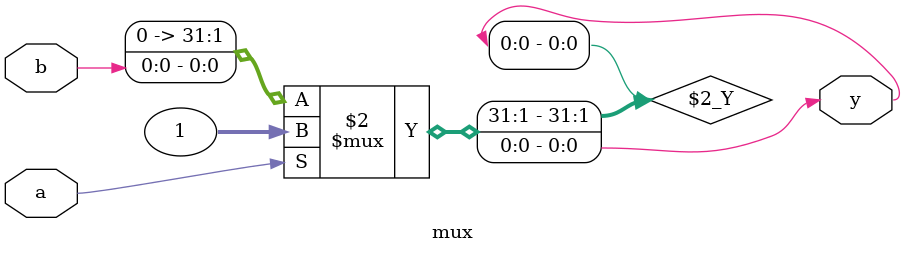
<source format=v>
module mux(a,b,y);
input a,b;
output y;
assign y = a? 1:b;
//output reg y;
//always@(*)begin
//case(a)
//1'b0:y=b;
//1'b1:y=1;
//endcase
//end
endmodule

</source>
